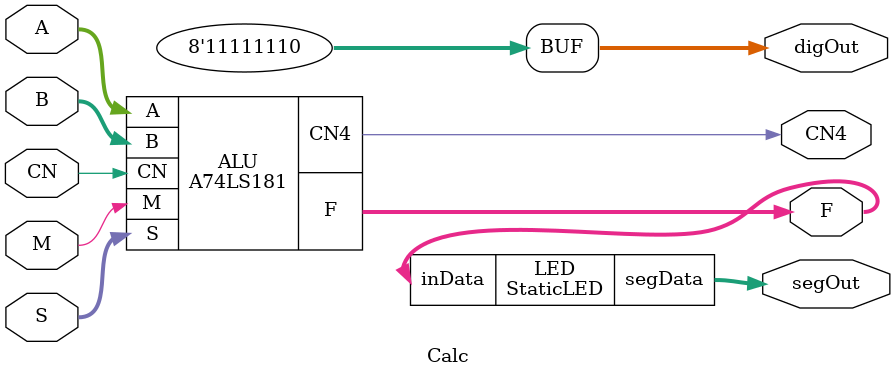
<source format=v>
module A74LS181 (
    A,
    B,
    S,
    CN,
    M,
    F,
    CN4
);
    input [3:0] A, B;
    input [3:0] S;
    input M, CN;
    output CN4;
    output [3:0] F;
    reg [3:0] F;
    reg CN4;
    reg [3:0] OA, OB;  

    always @(S) begin
        OA = ~A;
        OB = ~B;
        case (S)
            4'b0000: begin
                if (M) F = OA;
                else begin
                    if (CN) {CN4, F} = A;
                    else {CN4, F} = A + 1;
                end
            end
            4'b0001: begin
                if (M) F = ~(A | B);
                else begin
                    if (CN) {CN4, F} = A | B;
                    else {CN4, F} = (A | B) + 1;
                end
            end
            4'b0010: begin
                if (M) F = OA & B;
                else begin
                    if (CN) {CN4, F} = A | OB;
                    else {CN4, F} = (A | OB) + 1;
                end
            end
            4'b0011: begin
                if (M) F = 0;
                else begin
                    if (CN) {CN4, F} = -1;
                    else {CN4, F} = 0;
                end
            end
            4'b0100: begin
                if (M) F = ~(A & B);
                else begin
                    if (CN) {CN4, F} = A + (A & OB);
                    else {CN4, F} = A + (A & OB) + 1;
                end
            end
            4'b0101: begin
                if (M) F = OB;
                else begin
                    if (CN) {CN4, F} = (A | B) + (A & OB);
                    else {CN4, F} = (A | B) + (A & OB) + 1;
                end
            end
            4'b0110: begin
                if (M) F = A ^ B;
                else begin
                    if (CN) {CN4, F} = A - B - 1;
                    else {CN4, F} = A - B;
                end
            end
            4'b0111: begin
                if (M) F = A & OB;
                else begin
                    if (CN) {CN4, F} = (A & OB) - 1;
                    else {CN4, F} = A & OB;
                end
            end
            4'b1000: begin
                if (M) F = OA | B;
                else begin
                    if (CN) {CN4, F} = A + (A & B);
                    else {CN4, F} = A + (A & B) + 1;
                end
            end
            4'b1001: begin
                if (M) F = ~(A ^ B);
                else begin
                    if (CN) {CN4, F} = A + B;
                    else {CN4, F} = A + B + 1;
                end
            end
            4'b1010: begin
                if (M) F = B;
                else begin
                    if (CN) {CN4, F} = (A | OB) + (A & B);
                    else {CN4, F} = (A | OB) + (A & B) + 1;
                end
            end
            4'b1011: begin
                if (M) F = B & A;
                else begin
                    if (CN) {CN4, F} = (A & B) - 1;
                    else {CN4, F} = (A & B);
                end
            end
            4'b1100: begin
                if (M) F = 1;
                else begin
                    if (CN) {CN4, F} = A + A;
                    else {CN4, F} = A + A + 1;
                end
            end
            4'b1101: begin
                if (M) F = A | OB;
                else begin
                    if (CN) {CN4, F} = (A | B) + A;
                    else {CN4, F} = (A | B) + A + 1;
                end
            end
            4'b1110: begin
                if (M) F = A | B;
                else begin
                    if (CN) {CN4, F} = (A | OB) + A;
                    else {CN4, F} = (A | OB) + A + 1;
                end
            end
            4'b1111: begin
                if (M) F = A;
                else begin
                    if (CN) {CN4, F} = A - 1;
                    else {CN4, F} = A;
                end
            end
            default: F = 4'bxxxx;
        endcase
    end
endmodule


module StaticLED (
    inData,
    segData
);
    input [3:0] inData;
    output [7:0] segData;

    reg [7:0] segData;

    always @(inData) begin
        case (inData)
            4'b0000: segData <= 8'b00111111;
            4'b0001: segData <= 8'b00000110;
            4'b0010: segData <= 8'b01011011;
            4'b0011: segData <= 8'b01001111;
            4'b0100: segData <= 8'b01100110;
            4'b0101: segData <= 8'b01101101;
            4'b0110: segData <= 8'b01111101;
            4'b0111: segData <= 8'b00000111;
            4'b1000: segData <= 8'b01111111;
            4'b1001: segData <= 8'b01100111;  //9
            4'b1010: segData <= 8'b00111111;  //0
            4'b1011: segData <= 8'b00000110;
            4'b1100: segData <= 8'b01011011;
            4'b1101: segData <= 8'b01001111;
            4'b1110: segData <= 8'b01100110;
            4'b1111: segData <= 8'b01101101;
            default: segData <= 8'bx;
        endcase
    end

endmodule


module Calc (
    A,
    B,
    S,
    CN,
    M,
    F,
    CN4,
    segOut,
    digOut
);
    input [3:0] A, B;
    input [3:0] S;
    input M, CN;
    output CN4;
    output [3:0] F;
    wire [3:0] F;

    output [7:0] segOut;
    wire [7:0] segOut;
    output [7:0] digOut;
    wire [7:0] digOut;

    assign digOut = 8'b11111110;

    A74LS181 ALU (
        .A  (A),
        .B  (B),
        .S  (S),
        .CN (CN),
        .M  (M),
        .F  (F),
        .CN4(CN4)
    );

    StaticLED LED (
        .inData (F),
        .segData(segOut)
    );

endmodule

</source>
